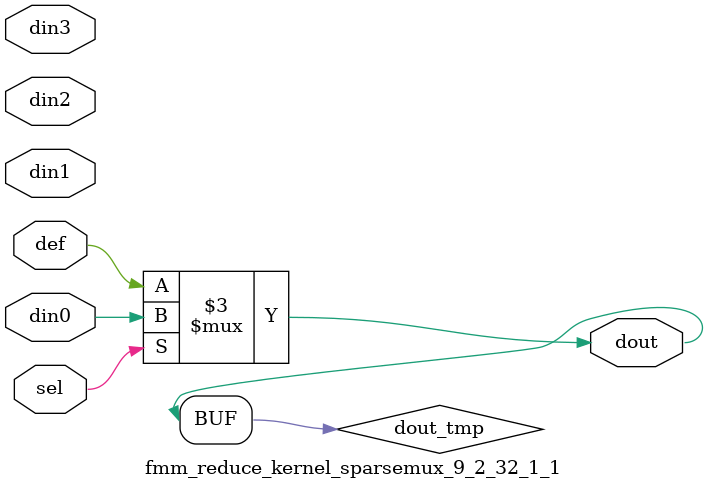
<source format=v>
`timescale 1ns / 1ps

module fmm_reduce_kernel_sparsemux_9_2_32_1_1 (din0,din1,din2,din3,def,sel,dout);

parameter din0_WIDTH = 1;

parameter din1_WIDTH = 1;

parameter din2_WIDTH = 1;

parameter din3_WIDTH = 1;

parameter def_WIDTH = 1;
parameter sel_WIDTH = 1;
parameter dout_WIDTH = 1;

parameter [sel_WIDTH-1:0] CASE0 = 1;

parameter [sel_WIDTH-1:0] CASE1 = 1;

parameter [sel_WIDTH-1:0] CASE2 = 1;

parameter [sel_WIDTH-1:0] CASE3 = 1;

parameter ID = 1;
parameter NUM_STAGE = 1;



input [din0_WIDTH-1:0] din0;

input [din1_WIDTH-1:0] din1;

input [din2_WIDTH-1:0] din2;

input [din3_WIDTH-1:0] din3;

input [def_WIDTH-1:0] def;
input [sel_WIDTH-1:0] sel;

output [dout_WIDTH-1:0] dout;



reg [dout_WIDTH-1:0] dout_tmp;


always @ (*) begin
(* parallel_case *) case (sel)
    
    CASE0 : dout_tmp = din0;
    
    CASE1 : dout_tmp = din1;
    
    CASE2 : dout_tmp = din2;
    
    CASE3 : dout_tmp = din3;
    
    default : dout_tmp = def;
endcase
end


assign dout = dout_tmp;



endmodule

</source>
